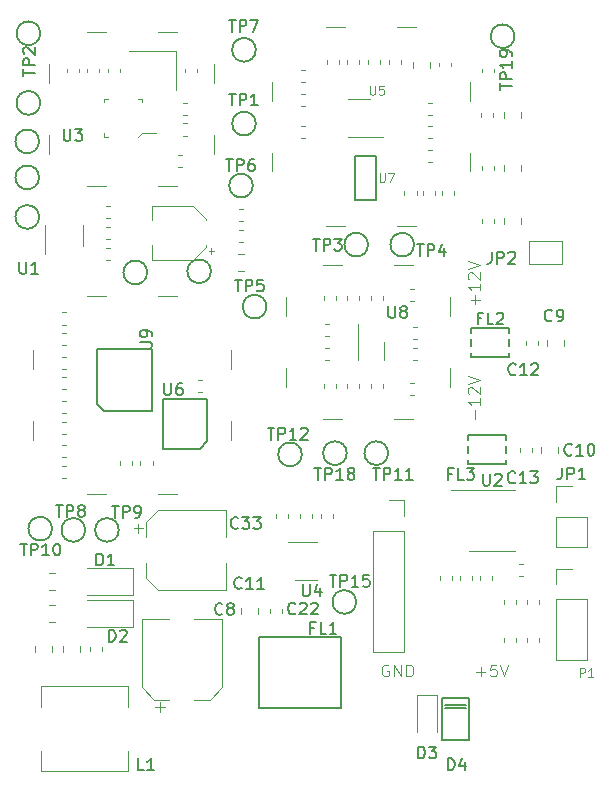
<source format=gto>
G04 #@! TF.GenerationSoftware,KiCad,Pcbnew,(5.1.4)-1*
G04 #@! TF.CreationDate,2020-03-16T20:43:03+01:00*
G04 #@! TF.ProjectId,rf-receiver,72662d72-6563-4656-9976-65722e6b6963,Rev 2*
G04 #@! TF.SameCoordinates,Original*
G04 #@! TF.FileFunction,Legend,Top*
G04 #@! TF.FilePolarity,Positive*
%FSLAX46Y46*%
G04 Gerber Fmt 4.6, Leading zero omitted, Abs format (unit mm)*
G04 Created by KiCad (PCBNEW (5.1.4)-1) date 2020-03-16 20:43:03*
%MOMM*%
%LPD*%
G04 APERTURE LIST*
%ADD10C,0.125000*%
%ADD11C,0.120000*%
%ADD12C,0.150000*%
%ADD13C,0.100000*%
G04 APERTURE END LIST*
D10*
X121164285Y-113421428D02*
X121926190Y-113421428D01*
X121545238Y-113802380D02*
X121545238Y-113040476D01*
X122878571Y-112802380D02*
X122402380Y-112802380D01*
X122354761Y-113278571D01*
X122402380Y-113230952D01*
X122497619Y-113183333D01*
X122735714Y-113183333D01*
X122830952Y-113230952D01*
X122878571Y-113278571D01*
X122926190Y-113373809D01*
X122926190Y-113611904D01*
X122878571Y-113707142D01*
X122830952Y-113754761D01*
X122735714Y-113802380D01*
X122497619Y-113802380D01*
X122402380Y-113754761D01*
X122354761Y-113707142D01*
X123211904Y-112802380D02*
X123545238Y-113802380D01*
X123878571Y-112802380D01*
X113738095Y-112850000D02*
X113642857Y-112802380D01*
X113500000Y-112802380D01*
X113357142Y-112850000D01*
X113261904Y-112945238D01*
X113214285Y-113040476D01*
X113166666Y-113230952D01*
X113166666Y-113373809D01*
X113214285Y-113564285D01*
X113261904Y-113659523D01*
X113357142Y-113754761D01*
X113500000Y-113802380D01*
X113595238Y-113802380D01*
X113738095Y-113754761D01*
X113785714Y-113707142D01*
X113785714Y-113373809D01*
X113595238Y-113373809D01*
X114214285Y-113802380D02*
X114214285Y-112802380D01*
X114785714Y-113802380D01*
X114785714Y-112802380D01*
X115261904Y-113802380D02*
X115261904Y-112802380D01*
X115500000Y-112802380D01*
X115642857Y-112850000D01*
X115738095Y-112945238D01*
X115785714Y-113040476D01*
X115833333Y-113230952D01*
X115833333Y-113373809D01*
X115785714Y-113564285D01*
X115738095Y-113659523D01*
X115642857Y-113754761D01*
X115500000Y-113802380D01*
X115261904Y-113802380D01*
X121071428Y-92011904D02*
X121071428Y-91250000D01*
X121452380Y-90250000D02*
X121452380Y-90821428D01*
X121452380Y-90535714D02*
X120452380Y-90535714D01*
X120595238Y-90630952D01*
X120690476Y-90726190D01*
X120738095Y-90821428D01*
X120547619Y-89869047D02*
X120500000Y-89821428D01*
X120452380Y-89726190D01*
X120452380Y-89488095D01*
X120500000Y-89392857D01*
X120547619Y-89345238D01*
X120642857Y-89297619D01*
X120738095Y-89297619D01*
X120880952Y-89345238D01*
X121452380Y-89916666D01*
X121452380Y-89297619D01*
X120452380Y-89011904D02*
X121452380Y-88678571D01*
X120452380Y-88345238D01*
X121071428Y-82311904D02*
X121071428Y-81550000D01*
X121452380Y-81930952D02*
X120690476Y-81930952D01*
X121452380Y-80550000D02*
X121452380Y-81121428D01*
X121452380Y-80835714D02*
X120452380Y-80835714D01*
X120595238Y-80930952D01*
X120690476Y-81026190D01*
X120738095Y-81121428D01*
X120547619Y-80169047D02*
X120500000Y-80121428D01*
X120452380Y-80026190D01*
X120452380Y-79788095D01*
X120500000Y-79692857D01*
X120547619Y-79645238D01*
X120642857Y-79597619D01*
X120738095Y-79597619D01*
X120880952Y-79645238D01*
X121452380Y-80216666D01*
X121452380Y-79597619D01*
X120452380Y-79311904D02*
X121452380Y-78978571D01*
X120452380Y-78645238D01*
D11*
X92556250Y-100858750D02*
X92556250Y-101646250D01*
X92162500Y-101252500D02*
X92950000Y-101252500D01*
X93190000Y-105445563D02*
X94254437Y-106510000D01*
X93190000Y-100754437D02*
X94254437Y-99690000D01*
X93190000Y-100754437D02*
X93190000Y-102040000D01*
X93190000Y-105445563D02*
X93190000Y-104160000D01*
X94254437Y-106510000D02*
X100010000Y-106510000D01*
X94254437Y-99690000D02*
X100010000Y-99690000D01*
X100010000Y-99690000D02*
X100010000Y-102040000D01*
X100010000Y-106510000D02*
X100010000Y-104160000D01*
X95887221Y-70710000D02*
X96212779Y-70710000D01*
X95887221Y-69690000D02*
X96212779Y-69690000D01*
D12*
X84150000Y-68500000D02*
G75*
G03X84150000Y-68500000I-1000000J0D01*
G01*
X84150000Y-71550000D02*
G75*
G03X84150000Y-71550000I-1000000J0D01*
G01*
D11*
X124960000Y-66508578D02*
X124960000Y-65991422D01*
X123540000Y-66508578D02*
X123540000Y-65991422D01*
X125600000Y-76900000D02*
X128400000Y-76900000D01*
X128400000Y-76900000D02*
X128400000Y-78900000D01*
X128400000Y-78900000D02*
X125600000Y-78900000D01*
X125600000Y-78900000D02*
X125600000Y-76900000D01*
D12*
X124400000Y-59600000D02*
G75*
G03X124400000Y-59600000I-1000000J0D01*
G01*
X110200000Y-94900000D02*
G75*
G03X110200000Y-94900000I-1000000J0D01*
G01*
X98700000Y-79500000D02*
G75*
G03X98700000Y-79500000I-1000000J0D01*
G01*
X93300000Y-79600000D02*
G75*
G03X93300000Y-79600000I-1000000J0D01*
G01*
X84150000Y-74900000D02*
G75*
G03X84150000Y-74900000I-1000000J0D01*
G01*
X84250000Y-65250000D02*
G75*
G03X84250000Y-65250000I-1000000J0D01*
G01*
X84250000Y-59350000D02*
G75*
G03X84250000Y-59350000I-1000000J0D01*
G01*
X111000000Y-107500000D02*
G75*
G03X111000000Y-107500000I-1000000J0D01*
G01*
X106400000Y-95000000D02*
G75*
G03X106400000Y-95000000I-1000000J0D01*
G01*
X113700000Y-94900000D02*
G75*
G03X113700000Y-94900000I-1000000J0D01*
G01*
X90900000Y-101400000D02*
G75*
G03X90900000Y-101400000I-1000000J0D01*
G01*
X88050000Y-101400000D02*
G75*
G03X88050000Y-101400000I-1000000J0D01*
G01*
X102500000Y-60750000D02*
G75*
G03X102500000Y-60750000I-1000000J0D01*
G01*
X102250000Y-72250000D02*
G75*
G03X102250000Y-72250000I-1000000J0D01*
G01*
X103400000Y-82500000D02*
G75*
G03X103400000Y-82500000I-1000000J0D01*
G01*
X115900000Y-77250000D02*
G75*
G03X115900000Y-77250000I-1000000J0D01*
G01*
X112000000Y-77250000D02*
G75*
G03X112000000Y-77250000I-1000000J0D01*
G01*
X102500000Y-67000000D02*
G75*
G03X102500000Y-67000000I-1000000J0D01*
G01*
X85250000Y-101300000D02*
G75*
G03X85250000Y-101300000I-1000000J0D01*
G01*
D11*
X88490000Y-111337221D02*
X88490000Y-111662779D01*
X89510000Y-111337221D02*
X89510000Y-111662779D01*
X87610000Y-111758578D02*
X87610000Y-111241422D01*
X86190000Y-111758578D02*
X86190000Y-111241422D01*
D12*
X93750000Y-86100000D02*
X89050000Y-86100000D01*
X89050000Y-90700000D02*
X89640000Y-91300000D01*
X89050000Y-90700000D02*
X89050000Y-86100000D01*
X93750000Y-91300000D02*
X89640000Y-91300000D01*
X93750000Y-86100000D02*
X93750000Y-91300000D01*
X98380000Y-93910000D02*
X97780000Y-94510000D01*
X98380000Y-93910000D02*
X98380000Y-90910000D01*
X98380000Y-90310000D02*
X98380000Y-90910000D01*
X94680000Y-90910000D02*
X94680000Y-93910000D01*
X95280000Y-94510000D02*
X97780000Y-94510000D01*
X94680000Y-90310000D02*
X98380000Y-90310000D01*
X94680000Y-90910000D02*
X94680000Y-90310000D01*
X94680000Y-94510000D02*
X94680000Y-93910000D01*
X95280000Y-94510000D02*
X94680000Y-94510000D01*
D11*
X124960000Y-71008578D02*
X124960000Y-70491422D01*
X123540000Y-71008578D02*
X123540000Y-70491422D01*
X124960000Y-75508578D02*
X124960000Y-74991422D01*
X123540000Y-75508578D02*
X123540000Y-74991422D01*
X122710000Y-62662779D02*
X122710000Y-62337221D01*
X121690000Y-62662779D02*
X121690000Y-62337221D01*
X121590000Y-66087221D02*
X121590000Y-66412779D01*
X122610000Y-66087221D02*
X122610000Y-66412779D01*
X118290000Y-72737221D02*
X118290000Y-73062779D01*
X119310000Y-72737221D02*
X119310000Y-73062779D01*
X121690000Y-70587221D02*
X121690000Y-70912779D01*
X122710000Y-70587221D02*
X122710000Y-70912779D01*
X116690000Y-72737221D02*
X116690000Y-73062779D01*
X117710000Y-72737221D02*
X117710000Y-73062779D01*
X121690000Y-75087221D02*
X121690000Y-75412779D01*
X122710000Y-75087221D02*
X122710000Y-75412779D01*
X116110000Y-73062779D02*
X116110000Y-72737221D01*
X115090000Y-73062779D02*
X115090000Y-72737221D01*
D12*
X118500000Y-116200000D02*
X120300000Y-116200000D01*
X120550000Y-119150000D02*
X120550000Y-115650000D01*
X120550000Y-115650000D02*
X118250000Y-115650000D01*
X118250000Y-115650000D02*
X118250000Y-119150000D01*
X118250000Y-119150000D02*
X120550000Y-119150000D01*
X118500000Y-116500000D02*
X120300000Y-116500000D01*
D11*
X115587221Y-90010000D02*
X115912779Y-90010000D01*
X115587221Y-88990000D02*
X115912779Y-88990000D01*
X117850000Y-115400000D02*
X117850000Y-118550000D01*
X116150000Y-115400000D02*
X116150000Y-118550000D01*
X117850000Y-115400000D02*
X116150000Y-115400000D01*
X122500000Y-98040000D02*
X119050000Y-98040000D01*
X122500000Y-98040000D02*
X124450000Y-98040000D01*
X122500000Y-103160000D02*
X120550000Y-103160000D01*
X122500000Y-103160000D02*
X124450000Y-103160000D01*
X84991422Y-109160000D02*
X85508578Y-109160000D01*
X84991422Y-107740000D02*
X85508578Y-107740000D01*
X119110000Y-105612779D02*
X119110000Y-105287221D01*
X118090000Y-105612779D02*
X118090000Y-105287221D01*
X122510000Y-105612779D02*
X122510000Y-105287221D01*
X121490000Y-105612779D02*
X121490000Y-105287221D01*
X120810000Y-105612779D02*
X120810000Y-105287221D01*
X119790000Y-105612779D02*
X119790000Y-105287221D01*
X84991422Y-106460000D02*
X85508578Y-106460000D01*
X84991422Y-105040000D02*
X85508578Y-105040000D01*
X127920000Y-97670000D02*
X129250000Y-97670000D01*
X127920000Y-99000000D02*
X127920000Y-97670000D01*
X127920000Y-100270000D02*
X130580000Y-100270000D01*
X130580000Y-100270000D02*
X130580000Y-102870000D01*
X127920000Y-100270000D02*
X127920000Y-102870000D01*
X127920000Y-102870000D02*
X130580000Y-102870000D01*
X92085000Y-107315000D02*
X88200000Y-107315000D01*
X92085000Y-109585000D02*
X92085000Y-107315000D01*
X88200000Y-109585000D02*
X92085000Y-109585000D01*
X92085000Y-104615000D02*
X88200000Y-104615000D01*
X92085000Y-106885000D02*
X92085000Y-104615000D01*
X88200000Y-106885000D02*
X92085000Y-106885000D01*
X125112779Y-104290000D02*
X124787221Y-104290000D01*
X125112779Y-105310000D02*
X124787221Y-105310000D01*
X91675000Y-114650000D02*
X88000000Y-114650000D01*
X91675000Y-116400000D02*
X91675000Y-114650000D01*
X84325000Y-114650000D02*
X88000000Y-114650000D01*
X84325000Y-116400000D02*
X84325000Y-114650000D01*
X84325000Y-121850000D02*
X88000000Y-121850000D01*
X84325000Y-120100000D02*
X84325000Y-121850000D01*
X91675000Y-121850000D02*
X88000000Y-121850000D01*
X91675000Y-120100000D02*
X91675000Y-121850000D01*
X85210000Y-111758578D02*
X85210000Y-111241422D01*
X83790000Y-111758578D02*
X83790000Y-111241422D01*
D12*
X123650000Y-94900000D02*
X123650000Y-94300000D01*
X123650000Y-93350000D02*
X123650000Y-93750000D01*
X120450000Y-93350000D02*
X123650000Y-93350000D01*
X120450000Y-93750000D02*
X120450000Y-93350000D01*
X120450000Y-94900000D02*
X120450000Y-94300000D01*
X120450000Y-95850000D02*
X120450000Y-95450000D01*
X123650000Y-95850000D02*
X123650000Y-95450000D01*
X120450000Y-95850000D02*
X123650000Y-95850000D01*
X123950000Y-85850000D02*
X123950000Y-85250000D01*
X123950000Y-84300000D02*
X123950000Y-84700000D01*
X120750000Y-84300000D02*
X123950000Y-84300000D01*
X120750000Y-84700000D02*
X120750000Y-84300000D01*
X120750000Y-85850000D02*
X120750000Y-85250000D01*
X120750000Y-86800000D02*
X120750000Y-86400000D01*
X123950000Y-86800000D02*
X123950000Y-86400000D01*
X120750000Y-86800000D02*
X123950000Y-86800000D01*
D11*
X100991422Y-79460000D02*
X101508578Y-79460000D01*
X100991422Y-78040000D02*
X101508578Y-78040000D01*
X104760000Y-108412779D02*
X104760000Y-108087221D01*
X103740000Y-108412779D02*
X103740000Y-108087221D01*
X125910000Y-94762779D02*
X125910000Y-94437221D01*
X124890000Y-94762779D02*
X124890000Y-94437221D01*
X126360000Y-85712779D02*
X126360000Y-85387221D01*
X125340000Y-85712779D02*
X125340000Y-85387221D01*
X102710000Y-108508578D02*
X102710000Y-107991422D01*
X101290000Y-108508578D02*
X101290000Y-107991422D01*
X128110000Y-94858578D02*
X128110000Y-94341422D01*
X126690000Y-94858578D02*
X126690000Y-94341422D01*
X128560000Y-85808578D02*
X128560000Y-85291422D01*
X127140000Y-85808578D02*
X127140000Y-85291422D01*
X94008750Y-116393750D02*
X94796250Y-116393750D01*
X94402500Y-116787500D02*
X94402500Y-116000000D01*
X98595563Y-115760000D02*
X99660000Y-114695563D01*
X93904437Y-115760000D02*
X92840000Y-114695563D01*
X93904437Y-115760000D02*
X95190000Y-115760000D01*
X98595563Y-115760000D02*
X97310000Y-115760000D01*
X99660000Y-114695563D02*
X99660000Y-108940000D01*
X92840000Y-114695563D02*
X92840000Y-108940000D01*
X92840000Y-108940000D02*
X95190000Y-108940000D01*
X99660000Y-108940000D02*
X97310000Y-108940000D01*
D12*
X109750000Y-116500000D02*
X109750000Y-110500000D01*
X102750000Y-110500000D02*
X102750000Y-116500000D01*
X109750000Y-110500000D02*
X102750000Y-110500000D01*
X109750000Y-116500000D02*
X102750000Y-116500000D01*
D11*
X98750000Y-78060000D02*
X98750000Y-77560000D01*
X99000000Y-77810000D02*
X98500000Y-77810000D01*
X98260000Y-75054437D02*
X97195563Y-73990000D01*
X98260000Y-77445563D02*
X97195563Y-78510000D01*
X98260000Y-77445563D02*
X98260000Y-77310000D01*
X98260000Y-75054437D02*
X98260000Y-75190000D01*
X97195563Y-73990000D02*
X93740000Y-73990000D01*
X97195563Y-78510000D02*
X93740000Y-78510000D01*
X93740000Y-78510000D02*
X93740000Y-77310000D01*
X93740000Y-73990000D02*
X93740000Y-75190000D01*
X108337221Y-85010000D02*
X108662779Y-85010000D01*
X108337221Y-83990000D02*
X108662779Y-83990000D01*
X89837221Y-78510000D02*
X90162779Y-78510000D01*
X89837221Y-77490000D02*
X90162779Y-77490000D01*
X89837221Y-75010000D02*
X90162779Y-75010000D01*
X89837221Y-73990000D02*
X90162779Y-73990000D01*
X104240000Y-100087221D02*
X104240000Y-100412779D01*
X105260000Y-100087221D02*
X105260000Y-100412779D01*
X108490000Y-61587221D02*
X108490000Y-61912779D01*
X109510000Y-61587221D02*
X109510000Y-61912779D01*
X106337221Y-65510000D02*
X106662779Y-65510000D01*
X106337221Y-64490000D02*
X106662779Y-64490000D01*
X107260000Y-100087221D02*
X107260000Y-100412779D01*
X106240000Y-100087221D02*
X106240000Y-100412779D01*
X116162779Y-84240000D02*
X115837221Y-84240000D01*
X116162779Y-85260000D02*
X115837221Y-85260000D01*
X89800000Y-72250000D02*
X88200000Y-72250000D01*
X89800000Y-59250000D02*
X88200000Y-59250000D01*
X95800000Y-72250000D02*
X94200000Y-72250000D01*
X95800000Y-59250000D02*
X94200000Y-59250000D01*
X85020000Y-67950000D02*
X85020000Y-69550000D01*
X98980000Y-67950000D02*
X98980000Y-69550000D01*
X85020000Y-61950000D02*
X85020000Y-63550000D01*
X98980000Y-61950000D02*
X98980000Y-63550000D01*
X109800000Y-92000000D02*
X108200000Y-92000000D01*
X109800000Y-79000000D02*
X108200000Y-79000000D01*
X115800000Y-92000000D02*
X114200000Y-92000000D01*
X115800000Y-79000000D02*
X114200000Y-79000000D01*
X105020000Y-87700000D02*
X105020000Y-89300000D01*
X118980000Y-87700000D02*
X118980000Y-89300000D01*
X105020000Y-81700000D02*
X105020000Y-83300000D01*
X118980000Y-81700000D02*
X118980000Y-83300000D01*
X83600000Y-87800000D02*
X83600000Y-86200000D01*
X100400000Y-87800000D02*
X100400000Y-86200000D01*
X83600000Y-93800000D02*
X83600000Y-92200000D01*
X100400000Y-93800000D02*
X100400000Y-92200000D01*
X89800000Y-81600000D02*
X88200000Y-81600000D01*
X89800000Y-98400000D02*
X88200000Y-98400000D01*
X95800000Y-81600000D02*
X94200000Y-81600000D01*
X95800000Y-98400000D02*
X94200000Y-98400000D01*
X120650000Y-69450000D02*
X120650000Y-71050000D01*
X103850000Y-69450000D02*
X103850000Y-71050000D01*
X120650000Y-63450000D02*
X120650000Y-65050000D01*
X103850000Y-63450000D02*
X103850000Y-65050000D01*
X114450000Y-75650000D02*
X116050000Y-75650000D01*
X114450000Y-58850000D02*
X116050000Y-58850000D01*
X108450000Y-75650000D02*
X110050000Y-75650000D01*
X108450000Y-58850000D02*
X110050000Y-58850000D01*
X111140000Y-84000000D02*
X111140000Y-87000000D01*
X113360000Y-85500000D02*
X113360000Y-87000000D01*
X113750000Y-98880000D02*
X115080000Y-98880000D01*
X115080000Y-98880000D02*
X115080000Y-100210000D01*
X115080000Y-101480000D02*
X115080000Y-111700000D01*
X112420000Y-111700000D02*
X115080000Y-111700000D01*
X112420000Y-101480000D02*
X112420000Y-111700000D01*
X112420000Y-101480000D02*
X115080000Y-101480000D01*
X95750000Y-60850000D02*
X91750000Y-60850000D01*
X95750000Y-64150000D02*
X95750000Y-60850000D01*
X84640000Y-75600000D02*
X84640000Y-78050000D01*
X87860000Y-77400000D02*
X87860000Y-75600000D01*
X88240000Y-62337221D02*
X88240000Y-62662779D01*
X89260000Y-62337221D02*
X89260000Y-62662779D01*
X86490000Y-62337221D02*
X86490000Y-62662779D01*
X87510000Y-62337221D02*
X87510000Y-62662779D01*
X107990000Y-100087221D02*
X107990000Y-100412779D01*
X109010000Y-100087221D02*
X109010000Y-100412779D01*
X89837221Y-76760000D02*
X90162779Y-76760000D01*
X89837221Y-75740000D02*
X90162779Y-75740000D01*
X96662779Y-65240000D02*
X96337221Y-65240000D01*
X96662779Y-66260000D02*
X96337221Y-66260000D01*
X96337221Y-68010000D02*
X96662779Y-68010000D01*
X96337221Y-66990000D02*
X96662779Y-66990000D01*
X97510000Y-62662779D02*
X97510000Y-62337221D01*
X96490000Y-62662779D02*
X96490000Y-62337221D01*
X89990000Y-62337221D02*
X89990000Y-62662779D01*
X91010000Y-62337221D02*
X91010000Y-62662779D01*
D13*
X92850000Y-67800000D02*
X94050000Y-67800000D01*
X92550000Y-68100000D02*
X92850000Y-67800000D01*
X92850000Y-64900000D02*
X92850000Y-65200000D01*
X92550000Y-64900000D02*
X92850000Y-64900000D01*
X89650000Y-64900000D02*
X89950000Y-64900000D01*
X89650000Y-65200000D02*
X89650000Y-64900000D01*
X89650000Y-68100000D02*
X89650000Y-67800000D01*
X89950000Y-68100000D02*
X89650000Y-68100000D01*
D11*
X115587221Y-82010000D02*
X115912779Y-82010000D01*
X115587221Y-80990000D02*
X115912779Y-80990000D01*
X108337221Y-87010000D02*
X108662779Y-87010000D01*
X108337221Y-85990000D02*
X108662779Y-85990000D01*
X115790000Y-61741422D02*
X115790000Y-62258578D01*
X117210000Y-61741422D02*
X117210000Y-62258578D01*
X110240000Y-89412779D02*
X110240000Y-89087221D01*
X111260000Y-89412779D02*
X111260000Y-89087221D01*
X113260000Y-89412779D02*
X113260000Y-89087221D01*
X112240000Y-89412779D02*
X112240000Y-89087221D01*
X93760000Y-95587221D02*
X93760000Y-95912779D01*
X92740000Y-95587221D02*
X92740000Y-95912779D01*
X106662779Y-67240000D02*
X106337221Y-67240000D01*
X106662779Y-68260000D02*
X106337221Y-68260000D01*
X97587221Y-88740000D02*
X97912779Y-88740000D01*
X97587221Y-89760000D02*
X97912779Y-89760000D01*
X117412779Y-69240000D02*
X117087221Y-69240000D01*
X117412779Y-70260000D02*
X117087221Y-70260000D01*
X106337221Y-62490000D02*
X106662779Y-62490000D01*
X106337221Y-63510000D02*
X106662779Y-63510000D01*
X117990000Y-62162779D02*
X117990000Y-61837221D01*
X119010000Y-62162779D02*
X119010000Y-61837221D01*
X92010000Y-95587221D02*
X92010000Y-95912779D01*
X90990000Y-95587221D02*
X90990000Y-95912779D01*
X86412779Y-92240000D02*
X86087221Y-92240000D01*
X86412779Y-93260000D02*
X86087221Y-93260000D01*
X86412779Y-95260000D02*
X86087221Y-95260000D01*
X86412779Y-94240000D02*
X86087221Y-94240000D01*
X86412779Y-97010000D02*
X86087221Y-97010000D01*
X86412779Y-95990000D02*
X86087221Y-95990000D01*
X110240000Y-61587221D02*
X110240000Y-61912779D01*
X111260000Y-61587221D02*
X111260000Y-61912779D01*
X86412779Y-88490000D02*
X86087221Y-88490000D01*
X86412779Y-89510000D02*
X86087221Y-89510000D01*
X86397779Y-87760000D02*
X86072221Y-87760000D01*
X86397779Y-86740000D02*
X86072221Y-86740000D01*
X86412779Y-84740000D02*
X86087221Y-84740000D01*
X86412779Y-85760000D02*
X86087221Y-85760000D01*
X86412779Y-84010000D02*
X86087221Y-84010000D01*
X86412779Y-82990000D02*
X86087221Y-82990000D01*
X116162779Y-85990000D02*
X115837221Y-85990000D01*
X116162779Y-87010000D02*
X115837221Y-87010000D01*
X111260000Y-81587221D02*
X111260000Y-81912779D01*
X110240000Y-81587221D02*
X110240000Y-81912779D01*
X86412779Y-90490000D02*
X86087221Y-90490000D01*
X86412779Y-91510000D02*
X86087221Y-91510000D01*
X123490000Y-110912779D02*
X123490000Y-110587221D01*
X124510000Y-110912779D02*
X124510000Y-110587221D01*
X123490000Y-107337221D02*
X123490000Y-107662779D01*
X124510000Y-107337221D02*
X124510000Y-107662779D01*
X108240000Y-81587221D02*
X108240000Y-81912779D01*
X109260000Y-81587221D02*
X109260000Y-81912779D01*
X101087221Y-75260000D02*
X101412779Y-75260000D01*
X101087221Y-74240000D02*
X101412779Y-74240000D01*
X101087221Y-75990000D02*
X101412779Y-75990000D01*
X101087221Y-77010000D02*
X101412779Y-77010000D01*
X109260000Y-89412779D02*
X109260000Y-89087221D01*
X108240000Y-89412779D02*
X108240000Y-89087221D01*
X112240000Y-81587221D02*
X112240000Y-81912779D01*
X113260000Y-81587221D02*
X113260000Y-81912779D01*
X114810000Y-61912779D02*
X114810000Y-61587221D01*
X113790000Y-61912779D02*
X113790000Y-61587221D01*
X111990000Y-61587221D02*
X111990000Y-61912779D01*
X113010000Y-61587221D02*
X113010000Y-61912779D01*
X117087221Y-65240000D02*
X117412779Y-65240000D01*
X117087221Y-66260000D02*
X117412779Y-66260000D01*
X126510000Y-107337221D02*
X126510000Y-107662779D01*
X125490000Y-107337221D02*
X125490000Y-107662779D01*
X125490000Y-110587221D02*
X125490000Y-110912779D01*
X126510000Y-110587221D02*
X126510000Y-110912779D01*
X117087221Y-67240000D02*
X117412779Y-67240000D01*
X117087221Y-68260000D02*
X117412779Y-68260000D01*
X105850000Y-105610000D02*
X107650000Y-105610000D01*
X107650000Y-102390000D02*
X105200000Y-102390000D01*
X112150000Y-64890000D02*
X110350000Y-64890000D01*
X110350000Y-68110000D02*
X113300000Y-68110000D01*
X127920000Y-112410000D02*
X130580000Y-112410000D01*
X127920000Y-107270000D02*
X127920000Y-112410000D01*
X130580000Y-107270000D02*
X130580000Y-112410000D01*
X127920000Y-107270000D02*
X130580000Y-107270000D01*
X127920000Y-106000000D02*
X127920000Y-104670000D01*
X127920000Y-104670000D02*
X129250000Y-104670000D01*
D12*
X112700000Y-69700000D02*
X110900000Y-69700000D01*
X112700000Y-73500000D02*
X112700000Y-69700000D01*
X110900000Y-73500000D02*
X112700000Y-73500000D01*
X110900000Y-69700000D02*
X110900000Y-73500000D01*
X101007142Y-101207142D02*
X100959523Y-101254761D01*
X100816666Y-101302380D01*
X100721428Y-101302380D01*
X100578571Y-101254761D01*
X100483333Y-101159523D01*
X100435714Y-101064285D01*
X100388095Y-100873809D01*
X100388095Y-100730952D01*
X100435714Y-100540476D01*
X100483333Y-100445238D01*
X100578571Y-100350000D01*
X100721428Y-100302380D01*
X100816666Y-100302380D01*
X100959523Y-100350000D01*
X101007142Y-100397619D01*
X101340476Y-100302380D02*
X101959523Y-100302380D01*
X101626190Y-100683333D01*
X101769047Y-100683333D01*
X101864285Y-100730952D01*
X101911904Y-100778571D01*
X101959523Y-100873809D01*
X101959523Y-101111904D01*
X101911904Y-101207142D01*
X101864285Y-101254761D01*
X101769047Y-101302380D01*
X101483333Y-101302380D01*
X101388095Y-101254761D01*
X101340476Y-101207142D01*
X102292857Y-100302380D02*
X102911904Y-100302380D01*
X102578571Y-100683333D01*
X102721428Y-100683333D01*
X102816666Y-100730952D01*
X102864285Y-100778571D01*
X102911904Y-100873809D01*
X102911904Y-101111904D01*
X102864285Y-101207142D01*
X102816666Y-101254761D01*
X102721428Y-101302380D01*
X102435714Y-101302380D01*
X102340476Y-101254761D01*
X102292857Y-101207142D01*
X122466666Y-77852380D02*
X122466666Y-78566666D01*
X122419047Y-78709523D01*
X122323809Y-78804761D01*
X122180952Y-78852380D01*
X122085714Y-78852380D01*
X122942857Y-78852380D02*
X122942857Y-77852380D01*
X123323809Y-77852380D01*
X123419047Y-77900000D01*
X123466666Y-77947619D01*
X123514285Y-78042857D01*
X123514285Y-78185714D01*
X123466666Y-78280952D01*
X123419047Y-78328571D01*
X123323809Y-78376190D01*
X122942857Y-78376190D01*
X123895238Y-77947619D02*
X123942857Y-77900000D01*
X124038095Y-77852380D01*
X124276190Y-77852380D01*
X124371428Y-77900000D01*
X124419047Y-77947619D01*
X124466666Y-78042857D01*
X124466666Y-78138095D01*
X124419047Y-78280952D01*
X123847619Y-78852380D01*
X124466666Y-78852380D01*
X123152380Y-64138095D02*
X123152380Y-63566666D01*
X124152380Y-63852380D02*
X123152380Y-63852380D01*
X124152380Y-63233333D02*
X123152380Y-63233333D01*
X123152380Y-62852380D01*
X123200000Y-62757142D01*
X123247619Y-62709523D01*
X123342857Y-62661904D01*
X123485714Y-62661904D01*
X123580952Y-62709523D01*
X123628571Y-62757142D01*
X123676190Y-62852380D01*
X123676190Y-63233333D01*
X124152380Y-61709523D02*
X124152380Y-62280952D01*
X124152380Y-61995238D02*
X123152380Y-61995238D01*
X123295238Y-62090476D01*
X123390476Y-62185714D01*
X123438095Y-62280952D01*
X124152380Y-61233333D02*
X124152380Y-61042857D01*
X124104761Y-60947619D01*
X124057142Y-60900000D01*
X123914285Y-60804761D01*
X123723809Y-60757142D01*
X123342857Y-60757142D01*
X123247619Y-60804761D01*
X123200000Y-60852380D01*
X123152380Y-60947619D01*
X123152380Y-61138095D01*
X123200000Y-61233333D01*
X123247619Y-61280952D01*
X123342857Y-61328571D01*
X123580952Y-61328571D01*
X123676190Y-61280952D01*
X123723809Y-61233333D01*
X123771428Y-61138095D01*
X123771428Y-60947619D01*
X123723809Y-60852380D01*
X123676190Y-60804761D01*
X123580952Y-60757142D01*
X107461904Y-96152380D02*
X108033333Y-96152380D01*
X107747619Y-97152380D02*
X107747619Y-96152380D01*
X108366666Y-97152380D02*
X108366666Y-96152380D01*
X108747619Y-96152380D01*
X108842857Y-96200000D01*
X108890476Y-96247619D01*
X108938095Y-96342857D01*
X108938095Y-96485714D01*
X108890476Y-96580952D01*
X108842857Y-96628571D01*
X108747619Y-96676190D01*
X108366666Y-96676190D01*
X109890476Y-97152380D02*
X109319047Y-97152380D01*
X109604761Y-97152380D02*
X109604761Y-96152380D01*
X109509523Y-96295238D01*
X109414285Y-96390476D01*
X109319047Y-96438095D01*
X110461904Y-96580952D02*
X110366666Y-96533333D01*
X110319047Y-96485714D01*
X110271428Y-96390476D01*
X110271428Y-96342857D01*
X110319047Y-96247619D01*
X110366666Y-96200000D01*
X110461904Y-96152380D01*
X110652380Y-96152380D01*
X110747619Y-96200000D01*
X110795238Y-96247619D01*
X110842857Y-96342857D01*
X110842857Y-96390476D01*
X110795238Y-96485714D01*
X110747619Y-96533333D01*
X110652380Y-96580952D01*
X110461904Y-96580952D01*
X110366666Y-96628571D01*
X110319047Y-96676190D01*
X110271428Y-96771428D01*
X110271428Y-96961904D01*
X110319047Y-97057142D01*
X110366666Y-97104761D01*
X110461904Y-97152380D01*
X110652380Y-97152380D01*
X110747619Y-97104761D01*
X110795238Y-97057142D01*
X110842857Y-96961904D01*
X110842857Y-96771428D01*
X110795238Y-96676190D01*
X110747619Y-96628571D01*
X110652380Y-96580952D01*
X82802380Y-62961904D02*
X82802380Y-62390476D01*
X83802380Y-62676190D02*
X82802380Y-62676190D01*
X83802380Y-62057142D02*
X82802380Y-62057142D01*
X82802380Y-61676190D01*
X82850000Y-61580952D01*
X82897619Y-61533333D01*
X82992857Y-61485714D01*
X83135714Y-61485714D01*
X83230952Y-61533333D01*
X83278571Y-61580952D01*
X83326190Y-61676190D01*
X83326190Y-62057142D01*
X82897619Y-61104761D02*
X82850000Y-61057142D01*
X82802380Y-60961904D01*
X82802380Y-60723809D01*
X82850000Y-60628571D01*
X82897619Y-60580952D01*
X82992857Y-60533333D01*
X83088095Y-60533333D01*
X83230952Y-60580952D01*
X83802380Y-61152380D01*
X83802380Y-60533333D01*
X108761904Y-105202380D02*
X109333333Y-105202380D01*
X109047619Y-106202380D02*
X109047619Y-105202380D01*
X109666666Y-106202380D02*
X109666666Y-105202380D01*
X110047619Y-105202380D01*
X110142857Y-105250000D01*
X110190476Y-105297619D01*
X110238095Y-105392857D01*
X110238095Y-105535714D01*
X110190476Y-105630952D01*
X110142857Y-105678571D01*
X110047619Y-105726190D01*
X109666666Y-105726190D01*
X111190476Y-106202380D02*
X110619047Y-106202380D01*
X110904761Y-106202380D02*
X110904761Y-105202380D01*
X110809523Y-105345238D01*
X110714285Y-105440476D01*
X110619047Y-105488095D01*
X112095238Y-105202380D02*
X111619047Y-105202380D01*
X111571428Y-105678571D01*
X111619047Y-105630952D01*
X111714285Y-105583333D01*
X111952380Y-105583333D01*
X112047619Y-105630952D01*
X112095238Y-105678571D01*
X112142857Y-105773809D01*
X112142857Y-106011904D01*
X112095238Y-106107142D01*
X112047619Y-106154761D01*
X111952380Y-106202380D01*
X111714285Y-106202380D01*
X111619047Y-106154761D01*
X111571428Y-106107142D01*
X103511904Y-92752380D02*
X104083333Y-92752380D01*
X103797619Y-93752380D02*
X103797619Y-92752380D01*
X104416666Y-93752380D02*
X104416666Y-92752380D01*
X104797619Y-92752380D01*
X104892857Y-92800000D01*
X104940476Y-92847619D01*
X104988095Y-92942857D01*
X104988095Y-93085714D01*
X104940476Y-93180952D01*
X104892857Y-93228571D01*
X104797619Y-93276190D01*
X104416666Y-93276190D01*
X105940476Y-93752380D02*
X105369047Y-93752380D01*
X105654761Y-93752380D02*
X105654761Y-92752380D01*
X105559523Y-92895238D01*
X105464285Y-92990476D01*
X105369047Y-93038095D01*
X106321428Y-92847619D02*
X106369047Y-92800000D01*
X106464285Y-92752380D01*
X106702380Y-92752380D01*
X106797619Y-92800000D01*
X106845238Y-92847619D01*
X106892857Y-92942857D01*
X106892857Y-93038095D01*
X106845238Y-93180952D01*
X106273809Y-93752380D01*
X106892857Y-93752380D01*
X112411904Y-96152380D02*
X112983333Y-96152380D01*
X112697619Y-97152380D02*
X112697619Y-96152380D01*
X113316666Y-97152380D02*
X113316666Y-96152380D01*
X113697619Y-96152380D01*
X113792857Y-96200000D01*
X113840476Y-96247619D01*
X113888095Y-96342857D01*
X113888095Y-96485714D01*
X113840476Y-96580952D01*
X113792857Y-96628571D01*
X113697619Y-96676190D01*
X113316666Y-96676190D01*
X114840476Y-97152380D02*
X114269047Y-97152380D01*
X114554761Y-97152380D02*
X114554761Y-96152380D01*
X114459523Y-96295238D01*
X114364285Y-96390476D01*
X114269047Y-96438095D01*
X115792857Y-97152380D02*
X115221428Y-97152380D01*
X115507142Y-97152380D02*
X115507142Y-96152380D01*
X115411904Y-96295238D01*
X115316666Y-96390476D01*
X115221428Y-96438095D01*
X90338095Y-99352380D02*
X90909523Y-99352380D01*
X90623809Y-100352380D02*
X90623809Y-99352380D01*
X91242857Y-100352380D02*
X91242857Y-99352380D01*
X91623809Y-99352380D01*
X91719047Y-99400000D01*
X91766666Y-99447619D01*
X91814285Y-99542857D01*
X91814285Y-99685714D01*
X91766666Y-99780952D01*
X91719047Y-99828571D01*
X91623809Y-99876190D01*
X91242857Y-99876190D01*
X92290476Y-100352380D02*
X92480952Y-100352380D01*
X92576190Y-100304761D01*
X92623809Y-100257142D01*
X92719047Y-100114285D01*
X92766666Y-99923809D01*
X92766666Y-99542857D01*
X92719047Y-99447619D01*
X92671428Y-99400000D01*
X92576190Y-99352380D01*
X92385714Y-99352380D01*
X92290476Y-99400000D01*
X92242857Y-99447619D01*
X92195238Y-99542857D01*
X92195238Y-99780952D01*
X92242857Y-99876190D01*
X92290476Y-99923809D01*
X92385714Y-99971428D01*
X92576190Y-99971428D01*
X92671428Y-99923809D01*
X92719047Y-99876190D01*
X92766666Y-99780952D01*
X85588095Y-99302380D02*
X86159523Y-99302380D01*
X85873809Y-100302380D02*
X85873809Y-99302380D01*
X86492857Y-100302380D02*
X86492857Y-99302380D01*
X86873809Y-99302380D01*
X86969047Y-99350000D01*
X87016666Y-99397619D01*
X87064285Y-99492857D01*
X87064285Y-99635714D01*
X87016666Y-99730952D01*
X86969047Y-99778571D01*
X86873809Y-99826190D01*
X86492857Y-99826190D01*
X87635714Y-99730952D02*
X87540476Y-99683333D01*
X87492857Y-99635714D01*
X87445238Y-99540476D01*
X87445238Y-99492857D01*
X87492857Y-99397619D01*
X87540476Y-99350000D01*
X87635714Y-99302380D01*
X87826190Y-99302380D01*
X87921428Y-99350000D01*
X87969047Y-99397619D01*
X88016666Y-99492857D01*
X88016666Y-99540476D01*
X87969047Y-99635714D01*
X87921428Y-99683333D01*
X87826190Y-99730952D01*
X87635714Y-99730952D01*
X87540476Y-99778571D01*
X87492857Y-99826190D01*
X87445238Y-99921428D01*
X87445238Y-100111904D01*
X87492857Y-100207142D01*
X87540476Y-100254761D01*
X87635714Y-100302380D01*
X87826190Y-100302380D01*
X87921428Y-100254761D01*
X87969047Y-100207142D01*
X88016666Y-100111904D01*
X88016666Y-99921428D01*
X87969047Y-99826190D01*
X87921428Y-99778571D01*
X87826190Y-99730952D01*
X100238095Y-58202380D02*
X100809523Y-58202380D01*
X100523809Y-59202380D02*
X100523809Y-58202380D01*
X101142857Y-59202380D02*
X101142857Y-58202380D01*
X101523809Y-58202380D01*
X101619047Y-58250000D01*
X101666666Y-58297619D01*
X101714285Y-58392857D01*
X101714285Y-58535714D01*
X101666666Y-58630952D01*
X101619047Y-58678571D01*
X101523809Y-58726190D01*
X101142857Y-58726190D01*
X102047619Y-58202380D02*
X102714285Y-58202380D01*
X102285714Y-59202380D01*
X99988095Y-70002380D02*
X100559523Y-70002380D01*
X100273809Y-71002380D02*
X100273809Y-70002380D01*
X100892857Y-71002380D02*
X100892857Y-70002380D01*
X101273809Y-70002380D01*
X101369047Y-70050000D01*
X101416666Y-70097619D01*
X101464285Y-70192857D01*
X101464285Y-70335714D01*
X101416666Y-70430952D01*
X101369047Y-70478571D01*
X101273809Y-70526190D01*
X100892857Y-70526190D01*
X102321428Y-70002380D02*
X102130952Y-70002380D01*
X102035714Y-70050000D01*
X101988095Y-70097619D01*
X101892857Y-70240476D01*
X101845238Y-70430952D01*
X101845238Y-70811904D01*
X101892857Y-70907142D01*
X101940476Y-70954761D01*
X102035714Y-71002380D01*
X102226190Y-71002380D01*
X102321428Y-70954761D01*
X102369047Y-70907142D01*
X102416666Y-70811904D01*
X102416666Y-70573809D01*
X102369047Y-70478571D01*
X102321428Y-70430952D01*
X102226190Y-70383333D01*
X102035714Y-70383333D01*
X101940476Y-70430952D01*
X101892857Y-70478571D01*
X101845238Y-70573809D01*
X100738095Y-80202380D02*
X101309523Y-80202380D01*
X101023809Y-81202380D02*
X101023809Y-80202380D01*
X101642857Y-81202380D02*
X101642857Y-80202380D01*
X102023809Y-80202380D01*
X102119047Y-80250000D01*
X102166666Y-80297619D01*
X102214285Y-80392857D01*
X102214285Y-80535714D01*
X102166666Y-80630952D01*
X102119047Y-80678571D01*
X102023809Y-80726190D01*
X101642857Y-80726190D01*
X103119047Y-80202380D02*
X102642857Y-80202380D01*
X102595238Y-80678571D01*
X102642857Y-80630952D01*
X102738095Y-80583333D01*
X102976190Y-80583333D01*
X103071428Y-80630952D01*
X103119047Y-80678571D01*
X103166666Y-80773809D01*
X103166666Y-81011904D01*
X103119047Y-81107142D01*
X103071428Y-81154761D01*
X102976190Y-81202380D01*
X102738095Y-81202380D01*
X102642857Y-81154761D01*
X102595238Y-81107142D01*
X116138095Y-77202380D02*
X116709523Y-77202380D01*
X116423809Y-78202380D02*
X116423809Y-77202380D01*
X117042857Y-78202380D02*
X117042857Y-77202380D01*
X117423809Y-77202380D01*
X117519047Y-77250000D01*
X117566666Y-77297619D01*
X117614285Y-77392857D01*
X117614285Y-77535714D01*
X117566666Y-77630952D01*
X117519047Y-77678571D01*
X117423809Y-77726190D01*
X117042857Y-77726190D01*
X118471428Y-77535714D02*
X118471428Y-78202380D01*
X118233333Y-77154761D02*
X117995238Y-77869047D01*
X118614285Y-77869047D01*
X107338095Y-76752380D02*
X107909523Y-76752380D01*
X107623809Y-77752380D02*
X107623809Y-76752380D01*
X108242857Y-77752380D02*
X108242857Y-76752380D01*
X108623809Y-76752380D01*
X108719047Y-76800000D01*
X108766666Y-76847619D01*
X108814285Y-76942857D01*
X108814285Y-77085714D01*
X108766666Y-77180952D01*
X108719047Y-77228571D01*
X108623809Y-77276190D01*
X108242857Y-77276190D01*
X109147619Y-76752380D02*
X109766666Y-76752380D01*
X109433333Y-77133333D01*
X109576190Y-77133333D01*
X109671428Y-77180952D01*
X109719047Y-77228571D01*
X109766666Y-77323809D01*
X109766666Y-77561904D01*
X109719047Y-77657142D01*
X109671428Y-77704761D01*
X109576190Y-77752380D01*
X109290476Y-77752380D01*
X109195238Y-77704761D01*
X109147619Y-77657142D01*
X100238095Y-64452380D02*
X100809523Y-64452380D01*
X100523809Y-65452380D02*
X100523809Y-64452380D01*
X101142857Y-65452380D02*
X101142857Y-64452380D01*
X101523809Y-64452380D01*
X101619047Y-64500000D01*
X101666666Y-64547619D01*
X101714285Y-64642857D01*
X101714285Y-64785714D01*
X101666666Y-64880952D01*
X101619047Y-64928571D01*
X101523809Y-64976190D01*
X101142857Y-64976190D01*
X102666666Y-65452380D02*
X102095238Y-65452380D01*
X102380952Y-65452380D02*
X102380952Y-64452380D01*
X102285714Y-64595238D01*
X102190476Y-64690476D01*
X102095238Y-64738095D01*
X82561904Y-102552380D02*
X83133333Y-102552380D01*
X82847619Y-103552380D02*
X82847619Y-102552380D01*
X83466666Y-103552380D02*
X83466666Y-102552380D01*
X83847619Y-102552380D01*
X83942857Y-102600000D01*
X83990476Y-102647619D01*
X84038095Y-102742857D01*
X84038095Y-102885714D01*
X83990476Y-102980952D01*
X83942857Y-103028571D01*
X83847619Y-103076190D01*
X83466666Y-103076190D01*
X84990476Y-103552380D02*
X84419047Y-103552380D01*
X84704761Y-103552380D02*
X84704761Y-102552380D01*
X84609523Y-102695238D01*
X84514285Y-102790476D01*
X84419047Y-102838095D01*
X85609523Y-102552380D02*
X85704761Y-102552380D01*
X85800000Y-102600000D01*
X85847619Y-102647619D01*
X85895238Y-102742857D01*
X85942857Y-102933333D01*
X85942857Y-103171428D01*
X85895238Y-103361904D01*
X85847619Y-103457142D01*
X85800000Y-103504761D01*
X85704761Y-103552380D01*
X85609523Y-103552380D01*
X85514285Y-103504761D01*
X85466666Y-103457142D01*
X85419047Y-103361904D01*
X85371428Y-103171428D01*
X85371428Y-102933333D01*
X85419047Y-102742857D01*
X85466666Y-102647619D01*
X85514285Y-102600000D01*
X85609523Y-102552380D01*
X92692380Y-86051904D02*
X93501904Y-86051904D01*
X93597142Y-86004285D01*
X93644761Y-85956666D01*
X93692380Y-85861428D01*
X93692380Y-85670952D01*
X93644761Y-85575714D01*
X93597142Y-85528095D01*
X93501904Y-85480476D01*
X92692380Y-85480476D01*
X93692380Y-84956666D02*
X93692380Y-84766190D01*
X93644761Y-84670952D01*
X93597142Y-84623333D01*
X93454285Y-84528095D01*
X93263809Y-84480476D01*
X92882857Y-84480476D01*
X92787619Y-84528095D01*
X92740000Y-84575714D01*
X92692380Y-84670952D01*
X92692380Y-84861428D01*
X92740000Y-84956666D01*
X92787619Y-85004285D01*
X92882857Y-85051904D01*
X93120952Y-85051904D01*
X93216190Y-85004285D01*
X93263809Y-84956666D01*
X93311428Y-84861428D01*
X93311428Y-84670952D01*
X93263809Y-84575714D01*
X93216190Y-84528095D01*
X93120952Y-84480476D01*
X94748095Y-88982380D02*
X94748095Y-89791904D01*
X94795714Y-89887142D01*
X94843333Y-89934761D01*
X94938571Y-89982380D01*
X95129047Y-89982380D01*
X95224285Y-89934761D01*
X95271904Y-89887142D01*
X95319523Y-89791904D01*
X95319523Y-88982380D01*
X96224285Y-88982380D02*
X96033809Y-88982380D01*
X95938571Y-89030000D01*
X95890952Y-89077619D01*
X95795714Y-89220476D01*
X95748095Y-89410952D01*
X95748095Y-89791904D01*
X95795714Y-89887142D01*
X95843333Y-89934761D01*
X95938571Y-89982380D01*
X96129047Y-89982380D01*
X96224285Y-89934761D01*
X96271904Y-89887142D01*
X96319523Y-89791904D01*
X96319523Y-89553809D01*
X96271904Y-89458571D01*
X96224285Y-89410952D01*
X96129047Y-89363333D01*
X95938571Y-89363333D01*
X95843333Y-89410952D01*
X95795714Y-89458571D01*
X95748095Y-89553809D01*
X118761904Y-121752380D02*
X118761904Y-120752380D01*
X119000000Y-120752380D01*
X119142857Y-120800000D01*
X119238095Y-120895238D01*
X119285714Y-120990476D01*
X119333333Y-121180952D01*
X119333333Y-121323809D01*
X119285714Y-121514285D01*
X119238095Y-121609523D01*
X119142857Y-121704761D01*
X119000000Y-121752380D01*
X118761904Y-121752380D01*
X120190476Y-121085714D02*
X120190476Y-121752380D01*
X119952380Y-120704761D02*
X119714285Y-121419047D01*
X120333333Y-121419047D01*
X116261904Y-120752380D02*
X116261904Y-119752380D01*
X116500000Y-119752380D01*
X116642857Y-119800000D01*
X116738095Y-119895238D01*
X116785714Y-119990476D01*
X116833333Y-120180952D01*
X116833333Y-120323809D01*
X116785714Y-120514285D01*
X116738095Y-120609523D01*
X116642857Y-120704761D01*
X116500000Y-120752380D01*
X116261904Y-120752380D01*
X117166666Y-119752380D02*
X117785714Y-119752380D01*
X117452380Y-120133333D01*
X117595238Y-120133333D01*
X117690476Y-120180952D01*
X117738095Y-120228571D01*
X117785714Y-120323809D01*
X117785714Y-120561904D01*
X117738095Y-120657142D01*
X117690476Y-120704761D01*
X117595238Y-120752380D01*
X117309523Y-120752380D01*
X117214285Y-120704761D01*
X117166666Y-120657142D01*
X121738095Y-96652380D02*
X121738095Y-97461904D01*
X121785714Y-97557142D01*
X121833333Y-97604761D01*
X121928571Y-97652380D01*
X122119047Y-97652380D01*
X122214285Y-97604761D01*
X122261904Y-97557142D01*
X122309523Y-97461904D01*
X122309523Y-96652380D01*
X122738095Y-96747619D02*
X122785714Y-96700000D01*
X122880952Y-96652380D01*
X123119047Y-96652380D01*
X123214285Y-96700000D01*
X123261904Y-96747619D01*
X123309523Y-96842857D01*
X123309523Y-96938095D01*
X123261904Y-97080952D01*
X122690476Y-97652380D01*
X123309523Y-97652380D01*
X128416666Y-96122380D02*
X128416666Y-96836666D01*
X128369047Y-96979523D01*
X128273809Y-97074761D01*
X128130952Y-97122380D01*
X128035714Y-97122380D01*
X128892857Y-97122380D02*
X128892857Y-96122380D01*
X129273809Y-96122380D01*
X129369047Y-96170000D01*
X129416666Y-96217619D01*
X129464285Y-96312857D01*
X129464285Y-96455714D01*
X129416666Y-96550952D01*
X129369047Y-96598571D01*
X129273809Y-96646190D01*
X128892857Y-96646190D01*
X130416666Y-97122380D02*
X129845238Y-97122380D01*
X130130952Y-97122380D02*
X130130952Y-96122380D01*
X130035714Y-96265238D01*
X129940476Y-96360476D01*
X129845238Y-96408095D01*
X90061904Y-110852380D02*
X90061904Y-109852380D01*
X90300000Y-109852380D01*
X90442857Y-109900000D01*
X90538095Y-109995238D01*
X90585714Y-110090476D01*
X90633333Y-110280952D01*
X90633333Y-110423809D01*
X90585714Y-110614285D01*
X90538095Y-110709523D01*
X90442857Y-110804761D01*
X90300000Y-110852380D01*
X90061904Y-110852380D01*
X91014285Y-109947619D02*
X91061904Y-109900000D01*
X91157142Y-109852380D01*
X91395238Y-109852380D01*
X91490476Y-109900000D01*
X91538095Y-109947619D01*
X91585714Y-110042857D01*
X91585714Y-110138095D01*
X91538095Y-110280952D01*
X90966666Y-110852380D01*
X91585714Y-110852380D01*
X89011904Y-104402380D02*
X89011904Y-103402380D01*
X89250000Y-103402380D01*
X89392857Y-103450000D01*
X89488095Y-103545238D01*
X89535714Y-103640476D01*
X89583333Y-103830952D01*
X89583333Y-103973809D01*
X89535714Y-104164285D01*
X89488095Y-104259523D01*
X89392857Y-104354761D01*
X89250000Y-104402380D01*
X89011904Y-104402380D01*
X90535714Y-104402380D02*
X89964285Y-104402380D01*
X90250000Y-104402380D02*
X90250000Y-103402380D01*
X90154761Y-103545238D01*
X90059523Y-103640476D01*
X89964285Y-103688095D01*
X93033333Y-121752380D02*
X92557142Y-121752380D01*
X92557142Y-120752380D01*
X93890476Y-121752380D02*
X93319047Y-121752380D01*
X93604761Y-121752380D02*
X93604761Y-120752380D01*
X93509523Y-120895238D01*
X93414285Y-120990476D01*
X93319047Y-121038095D01*
X119111904Y-96628571D02*
X118778571Y-96628571D01*
X118778571Y-97152380D02*
X118778571Y-96152380D01*
X119254761Y-96152380D01*
X120111904Y-97152380D02*
X119635714Y-97152380D01*
X119635714Y-96152380D01*
X120350000Y-96152380D02*
X120969047Y-96152380D01*
X120635714Y-96533333D01*
X120778571Y-96533333D01*
X120873809Y-96580952D01*
X120921428Y-96628571D01*
X120969047Y-96723809D01*
X120969047Y-96961904D01*
X120921428Y-97057142D01*
X120873809Y-97104761D01*
X120778571Y-97152380D01*
X120492857Y-97152380D01*
X120397619Y-97104761D01*
X120350000Y-97057142D01*
X121611904Y-83478571D02*
X121278571Y-83478571D01*
X121278571Y-84002380D02*
X121278571Y-83002380D01*
X121754761Y-83002380D01*
X122611904Y-84002380D02*
X122135714Y-84002380D01*
X122135714Y-83002380D01*
X122897619Y-83097619D02*
X122945238Y-83050000D01*
X123040476Y-83002380D01*
X123278571Y-83002380D01*
X123373809Y-83050000D01*
X123421428Y-83097619D01*
X123469047Y-83192857D01*
X123469047Y-83288095D01*
X123421428Y-83430952D01*
X122850000Y-84002380D01*
X123469047Y-84002380D01*
X105857142Y-108457142D02*
X105809523Y-108504761D01*
X105666666Y-108552380D01*
X105571428Y-108552380D01*
X105428571Y-108504761D01*
X105333333Y-108409523D01*
X105285714Y-108314285D01*
X105238095Y-108123809D01*
X105238095Y-107980952D01*
X105285714Y-107790476D01*
X105333333Y-107695238D01*
X105428571Y-107600000D01*
X105571428Y-107552380D01*
X105666666Y-107552380D01*
X105809523Y-107600000D01*
X105857142Y-107647619D01*
X106238095Y-107647619D02*
X106285714Y-107600000D01*
X106380952Y-107552380D01*
X106619047Y-107552380D01*
X106714285Y-107600000D01*
X106761904Y-107647619D01*
X106809523Y-107742857D01*
X106809523Y-107838095D01*
X106761904Y-107980952D01*
X106190476Y-108552380D01*
X106809523Y-108552380D01*
X107190476Y-107647619D02*
X107238095Y-107600000D01*
X107333333Y-107552380D01*
X107571428Y-107552380D01*
X107666666Y-107600000D01*
X107714285Y-107647619D01*
X107761904Y-107742857D01*
X107761904Y-107838095D01*
X107714285Y-107980952D01*
X107142857Y-108552380D01*
X107761904Y-108552380D01*
X124457142Y-97357142D02*
X124409523Y-97404761D01*
X124266666Y-97452380D01*
X124171428Y-97452380D01*
X124028571Y-97404761D01*
X123933333Y-97309523D01*
X123885714Y-97214285D01*
X123838095Y-97023809D01*
X123838095Y-96880952D01*
X123885714Y-96690476D01*
X123933333Y-96595238D01*
X124028571Y-96500000D01*
X124171428Y-96452380D01*
X124266666Y-96452380D01*
X124409523Y-96500000D01*
X124457142Y-96547619D01*
X125409523Y-97452380D02*
X124838095Y-97452380D01*
X125123809Y-97452380D02*
X125123809Y-96452380D01*
X125028571Y-96595238D01*
X124933333Y-96690476D01*
X124838095Y-96738095D01*
X125742857Y-96452380D02*
X126361904Y-96452380D01*
X126028571Y-96833333D01*
X126171428Y-96833333D01*
X126266666Y-96880952D01*
X126314285Y-96928571D01*
X126361904Y-97023809D01*
X126361904Y-97261904D01*
X126314285Y-97357142D01*
X126266666Y-97404761D01*
X126171428Y-97452380D01*
X125885714Y-97452380D01*
X125790476Y-97404761D01*
X125742857Y-97357142D01*
X124507142Y-88207142D02*
X124459523Y-88254761D01*
X124316666Y-88302380D01*
X124221428Y-88302380D01*
X124078571Y-88254761D01*
X123983333Y-88159523D01*
X123935714Y-88064285D01*
X123888095Y-87873809D01*
X123888095Y-87730952D01*
X123935714Y-87540476D01*
X123983333Y-87445238D01*
X124078571Y-87350000D01*
X124221428Y-87302380D01*
X124316666Y-87302380D01*
X124459523Y-87350000D01*
X124507142Y-87397619D01*
X125459523Y-88302380D02*
X124888095Y-88302380D01*
X125173809Y-88302380D02*
X125173809Y-87302380D01*
X125078571Y-87445238D01*
X124983333Y-87540476D01*
X124888095Y-87588095D01*
X125840476Y-87397619D02*
X125888095Y-87350000D01*
X125983333Y-87302380D01*
X126221428Y-87302380D01*
X126316666Y-87350000D01*
X126364285Y-87397619D01*
X126411904Y-87492857D01*
X126411904Y-87588095D01*
X126364285Y-87730952D01*
X125792857Y-88302380D01*
X126411904Y-88302380D01*
X101307142Y-106307142D02*
X101259523Y-106354761D01*
X101116666Y-106402380D01*
X101021428Y-106402380D01*
X100878571Y-106354761D01*
X100783333Y-106259523D01*
X100735714Y-106164285D01*
X100688095Y-105973809D01*
X100688095Y-105830952D01*
X100735714Y-105640476D01*
X100783333Y-105545238D01*
X100878571Y-105450000D01*
X101021428Y-105402380D01*
X101116666Y-105402380D01*
X101259523Y-105450000D01*
X101307142Y-105497619D01*
X102259523Y-106402380D02*
X101688095Y-106402380D01*
X101973809Y-106402380D02*
X101973809Y-105402380D01*
X101878571Y-105545238D01*
X101783333Y-105640476D01*
X101688095Y-105688095D01*
X103211904Y-106402380D02*
X102640476Y-106402380D01*
X102926190Y-106402380D02*
X102926190Y-105402380D01*
X102830952Y-105545238D01*
X102735714Y-105640476D01*
X102640476Y-105688095D01*
X129257142Y-95007142D02*
X129209523Y-95054761D01*
X129066666Y-95102380D01*
X128971428Y-95102380D01*
X128828571Y-95054761D01*
X128733333Y-94959523D01*
X128685714Y-94864285D01*
X128638095Y-94673809D01*
X128638095Y-94530952D01*
X128685714Y-94340476D01*
X128733333Y-94245238D01*
X128828571Y-94150000D01*
X128971428Y-94102380D01*
X129066666Y-94102380D01*
X129209523Y-94150000D01*
X129257142Y-94197619D01*
X130209523Y-95102380D02*
X129638095Y-95102380D01*
X129923809Y-95102380D02*
X129923809Y-94102380D01*
X129828571Y-94245238D01*
X129733333Y-94340476D01*
X129638095Y-94388095D01*
X130828571Y-94102380D02*
X130923809Y-94102380D01*
X131019047Y-94150000D01*
X131066666Y-94197619D01*
X131114285Y-94292857D01*
X131161904Y-94483333D01*
X131161904Y-94721428D01*
X131114285Y-94911904D01*
X131066666Y-95007142D01*
X131019047Y-95054761D01*
X130923809Y-95102380D01*
X130828571Y-95102380D01*
X130733333Y-95054761D01*
X130685714Y-95007142D01*
X130638095Y-94911904D01*
X130590476Y-94721428D01*
X130590476Y-94483333D01*
X130638095Y-94292857D01*
X130685714Y-94197619D01*
X130733333Y-94150000D01*
X130828571Y-94102380D01*
X127583333Y-83657142D02*
X127535714Y-83704761D01*
X127392857Y-83752380D01*
X127297619Y-83752380D01*
X127154761Y-83704761D01*
X127059523Y-83609523D01*
X127011904Y-83514285D01*
X126964285Y-83323809D01*
X126964285Y-83180952D01*
X127011904Y-82990476D01*
X127059523Y-82895238D01*
X127154761Y-82800000D01*
X127297619Y-82752380D01*
X127392857Y-82752380D01*
X127535714Y-82800000D01*
X127583333Y-82847619D01*
X128059523Y-83752380D02*
X128250000Y-83752380D01*
X128345238Y-83704761D01*
X128392857Y-83657142D01*
X128488095Y-83514285D01*
X128535714Y-83323809D01*
X128535714Y-82942857D01*
X128488095Y-82847619D01*
X128440476Y-82800000D01*
X128345238Y-82752380D01*
X128154761Y-82752380D01*
X128059523Y-82800000D01*
X128011904Y-82847619D01*
X127964285Y-82942857D01*
X127964285Y-83180952D01*
X128011904Y-83276190D01*
X128059523Y-83323809D01*
X128154761Y-83371428D01*
X128345238Y-83371428D01*
X128440476Y-83323809D01*
X128488095Y-83276190D01*
X128535714Y-83180952D01*
X99683333Y-108507142D02*
X99635714Y-108554761D01*
X99492857Y-108602380D01*
X99397619Y-108602380D01*
X99254761Y-108554761D01*
X99159523Y-108459523D01*
X99111904Y-108364285D01*
X99064285Y-108173809D01*
X99064285Y-108030952D01*
X99111904Y-107840476D01*
X99159523Y-107745238D01*
X99254761Y-107650000D01*
X99397619Y-107602380D01*
X99492857Y-107602380D01*
X99635714Y-107650000D01*
X99683333Y-107697619D01*
X100254761Y-108030952D02*
X100159523Y-107983333D01*
X100111904Y-107935714D01*
X100064285Y-107840476D01*
X100064285Y-107792857D01*
X100111904Y-107697619D01*
X100159523Y-107650000D01*
X100254761Y-107602380D01*
X100445238Y-107602380D01*
X100540476Y-107650000D01*
X100588095Y-107697619D01*
X100635714Y-107792857D01*
X100635714Y-107840476D01*
X100588095Y-107935714D01*
X100540476Y-107983333D01*
X100445238Y-108030952D01*
X100254761Y-108030952D01*
X100159523Y-108078571D01*
X100111904Y-108126190D01*
X100064285Y-108221428D01*
X100064285Y-108411904D01*
X100111904Y-108507142D01*
X100159523Y-108554761D01*
X100254761Y-108602380D01*
X100445238Y-108602380D01*
X100540476Y-108554761D01*
X100588095Y-108507142D01*
X100635714Y-108411904D01*
X100635714Y-108221428D01*
X100588095Y-108126190D01*
X100540476Y-108078571D01*
X100445238Y-108030952D01*
X107461904Y-109678571D02*
X107128571Y-109678571D01*
X107128571Y-110202380D02*
X107128571Y-109202380D01*
X107604761Y-109202380D01*
X108461904Y-110202380D02*
X107985714Y-110202380D01*
X107985714Y-109202380D01*
X109319047Y-110202380D02*
X108747619Y-110202380D01*
X109033333Y-110202380D02*
X109033333Y-109202380D01*
X108938095Y-109345238D01*
X108842857Y-109440476D01*
X108747619Y-109488095D01*
X113738095Y-82452380D02*
X113738095Y-83261904D01*
X113785714Y-83357142D01*
X113833333Y-83404761D01*
X113928571Y-83452380D01*
X114119047Y-83452380D01*
X114214285Y-83404761D01*
X114261904Y-83357142D01*
X114309523Y-83261904D01*
X114309523Y-82452380D01*
X114928571Y-82880952D02*
X114833333Y-82833333D01*
X114785714Y-82785714D01*
X114738095Y-82690476D01*
X114738095Y-82642857D01*
X114785714Y-82547619D01*
X114833333Y-82500000D01*
X114928571Y-82452380D01*
X115119047Y-82452380D01*
X115214285Y-82500000D01*
X115261904Y-82547619D01*
X115309523Y-82642857D01*
X115309523Y-82690476D01*
X115261904Y-82785714D01*
X115214285Y-82833333D01*
X115119047Y-82880952D01*
X114928571Y-82880952D01*
X114833333Y-82928571D01*
X114785714Y-82976190D01*
X114738095Y-83071428D01*
X114738095Y-83261904D01*
X114785714Y-83357142D01*
X114833333Y-83404761D01*
X114928571Y-83452380D01*
X115119047Y-83452380D01*
X115214285Y-83404761D01*
X115261904Y-83357142D01*
X115309523Y-83261904D01*
X115309523Y-83071428D01*
X115261904Y-82976190D01*
X115214285Y-82928571D01*
X115119047Y-82880952D01*
X82488095Y-78702380D02*
X82488095Y-79511904D01*
X82535714Y-79607142D01*
X82583333Y-79654761D01*
X82678571Y-79702380D01*
X82869047Y-79702380D01*
X82964285Y-79654761D01*
X83011904Y-79607142D01*
X83059523Y-79511904D01*
X83059523Y-78702380D01*
X84059523Y-79702380D02*
X83488095Y-79702380D01*
X83773809Y-79702380D02*
X83773809Y-78702380D01*
X83678571Y-78845238D01*
X83583333Y-78940476D01*
X83488095Y-78988095D01*
X86238095Y-67452380D02*
X86238095Y-68261904D01*
X86285714Y-68357142D01*
X86333333Y-68404761D01*
X86428571Y-68452380D01*
X86619047Y-68452380D01*
X86714285Y-68404761D01*
X86761904Y-68357142D01*
X86809523Y-68261904D01*
X86809523Y-67452380D01*
X87190476Y-67452380D02*
X87809523Y-67452380D01*
X87476190Y-67833333D01*
X87619047Y-67833333D01*
X87714285Y-67880952D01*
X87761904Y-67928571D01*
X87809523Y-68023809D01*
X87809523Y-68261904D01*
X87761904Y-68357142D01*
X87714285Y-68404761D01*
X87619047Y-68452380D01*
X87333333Y-68452380D01*
X87238095Y-68404761D01*
X87190476Y-68357142D01*
X106488095Y-106002380D02*
X106488095Y-106811904D01*
X106535714Y-106907142D01*
X106583333Y-106954761D01*
X106678571Y-107002380D01*
X106869047Y-107002380D01*
X106964285Y-106954761D01*
X107011904Y-106907142D01*
X107059523Y-106811904D01*
X107059523Y-106002380D01*
X107964285Y-106335714D02*
X107964285Y-107002380D01*
X107726190Y-105954761D02*
X107488095Y-106669047D01*
X108107142Y-106669047D01*
D10*
X112178571Y-63789285D02*
X112178571Y-64396428D01*
X112214285Y-64467857D01*
X112250000Y-64503571D01*
X112321428Y-64539285D01*
X112464285Y-64539285D01*
X112535714Y-64503571D01*
X112571428Y-64467857D01*
X112607142Y-64396428D01*
X112607142Y-63789285D01*
X113321428Y-63789285D02*
X112964285Y-63789285D01*
X112928571Y-64146428D01*
X112964285Y-64110714D01*
X113035714Y-64075000D01*
X113214285Y-64075000D01*
X113285714Y-64110714D01*
X113321428Y-64146428D01*
X113357142Y-64217857D01*
X113357142Y-64396428D01*
X113321428Y-64467857D01*
X113285714Y-64503571D01*
X113214285Y-64539285D01*
X113035714Y-64539285D01*
X112964285Y-64503571D01*
X112928571Y-64467857D01*
X129946428Y-113839285D02*
X129946428Y-113089285D01*
X130232142Y-113089285D01*
X130303571Y-113125000D01*
X130339285Y-113160714D01*
X130375000Y-113232142D01*
X130375000Y-113339285D01*
X130339285Y-113410714D01*
X130303571Y-113446428D01*
X130232142Y-113482142D01*
X129946428Y-113482142D01*
X131089285Y-113839285D02*
X130660714Y-113839285D01*
X130875000Y-113839285D02*
X130875000Y-113089285D01*
X130803571Y-113196428D01*
X130732142Y-113267857D01*
X130660714Y-113303571D01*
X112978571Y-71189285D02*
X112978571Y-71796428D01*
X113014285Y-71867857D01*
X113050000Y-71903571D01*
X113121428Y-71939285D01*
X113264285Y-71939285D01*
X113335714Y-71903571D01*
X113371428Y-71867857D01*
X113407142Y-71796428D01*
X113407142Y-71189285D01*
X113692857Y-71189285D02*
X114192857Y-71189285D01*
X113871428Y-71939285D01*
M02*

</source>
